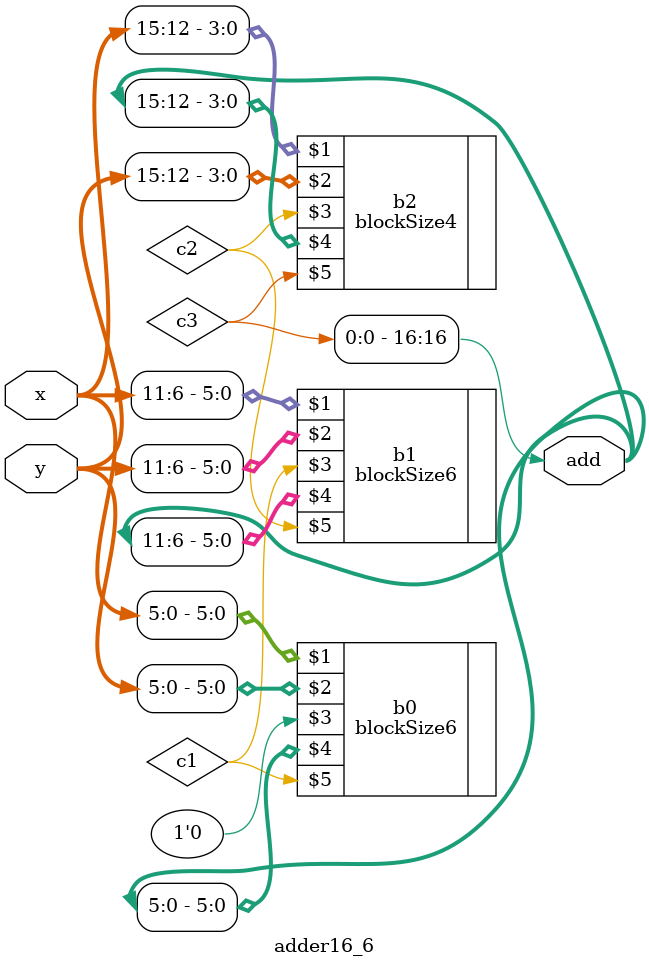
<source format=v>
module adder16_6(x,y,add);                               // 16 bit blocksize 6
        input [15:0]x,y;
        output [16:0]add;
        blockSize6 b0(x[5:0],y[5:0],1'b0,add[5:0],c1);
        blockSize6 b1(x[11:6],y[11:6],c1,add[11:6],c2);
	blockSize4 b2(x[15:12],y[15:12],c2,add[15:12],c3);
        assign add[16]=c3;
endmodule


</source>
